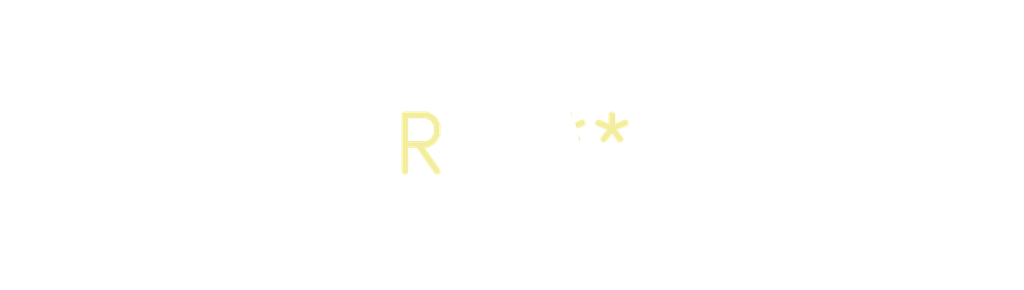
<source format=kicad_pcb>
(kicad_pcb (version 20240108) (generator pcbnew)
  (layers (0 "F.Cu" signal) (31 "B.Cu" signal) (34 "B.Paste" user) (35 "F.Paste" user) (36 "B.SilkS" user "B.Silkscreen") (37 "F.SilkS" user "F.Silkscreen") (38 "B.Mask" user) (39 "F.Mask" user) (44 "Edge.Cuts" user))
  (net 0 "")
  (footprint "MountingHole_3mm_Pad" (layer "F.Cu") (at 0 0)
    (property "Reference" "REF**")
    (property "Value" "MountingHole_3mm_Pad")
    (pad "1" thru_hole circle (at 0 0) (size 6 6) (drill 3) (layers *.Cu *.Mask) (remove_unused_layers))
  )
)
</source>
